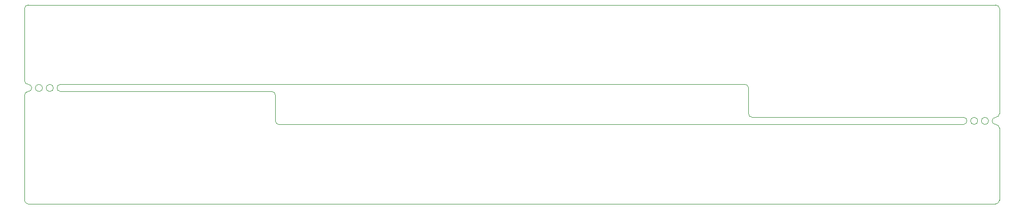
<source format=gbr>
G04 #@! TF.GenerationSoftware,KiCad,Pcbnew,5.1.6+dfsg1-1~bpo10+1*
G04 #@! TF.CreationDate,2020-08-18T06:39:38+03:00*
G04 #@! TF.ProjectId,beam_p,6265616d-5f70-42e6-9b69-6361645f7063,0.0.3*
G04 #@! TF.SameCoordinates,PX6a55ae0PY872eef0*
G04 #@! TF.FileFunction,Profile,NP*
%FSLAX46Y46*%
G04 Gerber Fmt 4.6, Leading zero omitted, Abs format (unit mm)*
G04 Created by KiCad (PCBNEW 5.1.6+dfsg1-1~bpo10+1) date 2020-08-18 06:39:38*
%MOMM*%
%LPD*%
G01*
G04 APERTURE LIST*
G04 #@! TA.AperFunction,Profile*
%ADD10C,0.050000*%
G04 #@! TD*
G04 APERTURE END LIST*
D10*
X156250000Y14450000D02*
G75*
G02*
X156250000Y13250000I0J-600000D01*
G01*
X158050000Y13250000D02*
G75*
G02*
X158050000Y14450000I0J600000D01*
G01*
X161650000Y13250000D02*
G75*
G02*
X161650000Y14450000I0J600000D01*
G01*
X158050000Y14450000D02*
G75*
G02*
X158050000Y13250000I0J-600000D01*
G01*
X159850000Y14450000D02*
G75*
G02*
X159850000Y13250000I0J-600000D01*
G01*
X159850000Y13250000D02*
G75*
G02*
X159850000Y14450000I0J600000D01*
G01*
X6000000Y18750000D02*
G75*
G02*
X6000000Y19950000I0J600000D01*
G01*
X4200000Y18750000D02*
G75*
G02*
X4200000Y19950000I0J600000D01*
G01*
X2400000Y18750000D02*
G75*
G02*
X2400000Y19950000I0J600000D01*
G01*
X4200000Y19950000D02*
G75*
G02*
X4200000Y18750000I0J-600000D01*
G01*
X2400000Y19950000D02*
G75*
G02*
X2400000Y18750000I0J-600000D01*
G01*
X600000Y19950000D02*
G75*
G02*
X600000Y18750000I0J-600000D01*
G01*
X42350000Y13250000D02*
G75*
G02*
X41750000Y13850000I0J600000D01*
G01*
X41150000Y18750000D02*
G75*
G02*
X41750000Y18150000I0J-600000D01*
G01*
X0Y18150000D02*
G75*
G02*
X600000Y18750000I600000J0D01*
G01*
X600000Y0D02*
G75*
G02*
X0Y600000I0J600000D01*
G01*
X162250000Y600000D02*
G75*
G02*
X161650000Y0I-600000J0D01*
G01*
X161650000Y13250000D02*
G75*
G02*
X162250000Y12650000I0J-600000D01*
G01*
X41750000Y13850000D02*
X41750000Y18150000D01*
X6000000Y18750000D02*
X41150000Y18750000D01*
X0Y600000D02*
X0Y18150000D01*
X51000000Y0D02*
X600000Y0D01*
X132250000Y13250000D02*
X42350000Y13250000D01*
X156250000Y13250000D02*
X132250000Y13250000D01*
X162250000Y600000D02*
X162250000Y12650000D01*
X61500000Y0D02*
X161650000Y0D01*
X51000000Y0D02*
X61500000Y0D01*
X119900000Y19950000D02*
G75*
G02*
X120500000Y19350000I0J-600000D01*
G01*
X121100000Y14450000D02*
G75*
G02*
X120500000Y15050000I0J600000D01*
G01*
X162250000Y15050000D02*
G75*
G02*
X161650000Y14450000I-600000J0D01*
G01*
X161650000Y33200000D02*
G75*
G02*
X162250000Y32600000I0J-600000D01*
G01*
X0Y32600000D02*
G75*
G02*
X600000Y33200000I600000J0D01*
G01*
X600000Y19950000D02*
G75*
G02*
X0Y20550000I0J600000D01*
G01*
X120500000Y19350000D02*
X120500000Y15050000D01*
X156250000Y14450000D02*
X121100000Y14450000D01*
X162250000Y32600000D02*
X162250000Y15050000D01*
X111250000Y33200000D02*
X161650000Y33200000D01*
X30000000Y19950000D02*
X119900000Y19950000D01*
X6000000Y19950000D02*
X30000000Y19950000D01*
X0Y32600000D02*
X0Y20550000D01*
X100750000Y33200000D02*
X600000Y33200000D01*
X111250000Y33200000D02*
X100750000Y33200000D01*
M02*

</source>
